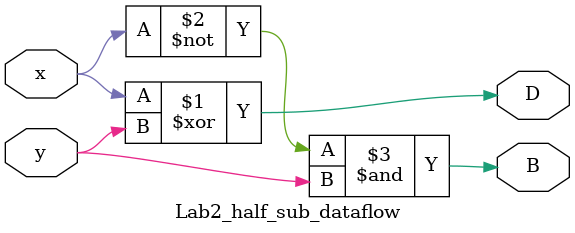
<source format=v>
module Lab2_half_sub_dataflow(output D, B, input x, y);
	assign D = x ^ y;
	assign B = (~x) & y;
endmodule
</source>
